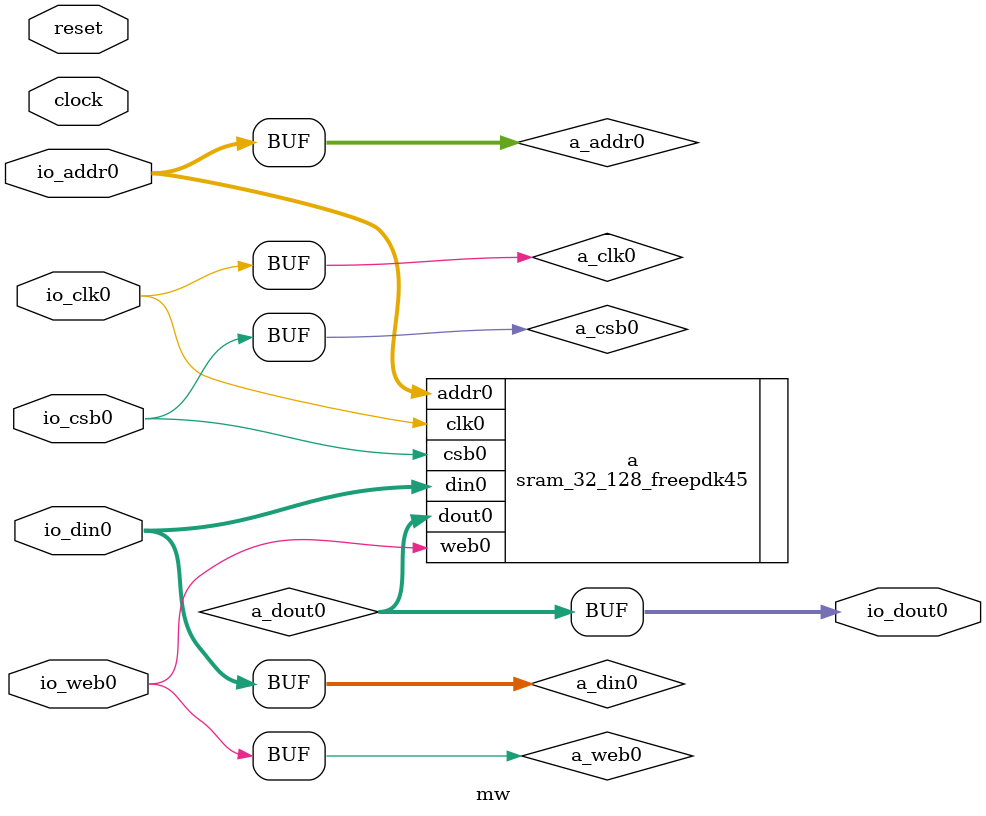
<source format=v>
module mw(
  input         clock,
  input         reset,
  input         io_clk0,
  input         io_csb0,
  input         io_web0,
  input  [6:0]  io_addr0,
  input  [31:0] io_din0,
  output [31:0] io_dout0
);
  wire  a_clk0; // @[mw.scala 30:19]
  wire  a_csb0; // @[mw.scala 30:19]
  wire  a_web0; // @[mw.scala 30:19]
  wire [6:0] a_addr0; // @[mw.scala 30:19]
  wire [31:0] a_din0; // @[mw.scala 30:19]
  wire [31:0] a_dout0; // @[mw.scala 30:19]
  sram_32_128_freepdk45 a ( // @[mw.scala 30:19]
    .clk0(a_clk0),
    .csb0(a_csb0),
    .web0(a_web0),
    .addr0(a_addr0),
    .din0(a_din0),
    .dout0(a_dout0)
  );
  assign io_dout0 = a_dout0; // @[mw.scala 39:14]
  assign a_clk0 = io_clk0; // @[mw.scala 34:15]
  assign a_csb0 = io_csb0; // @[mw.scala 35:14]
  assign a_web0 = io_web0; // @[mw.scala 36:14]
  assign a_addr0 = io_addr0; // @[mw.scala 37:15]
  assign a_din0 = io_din0; // @[mw.scala 38:14]
endmodule

</source>
